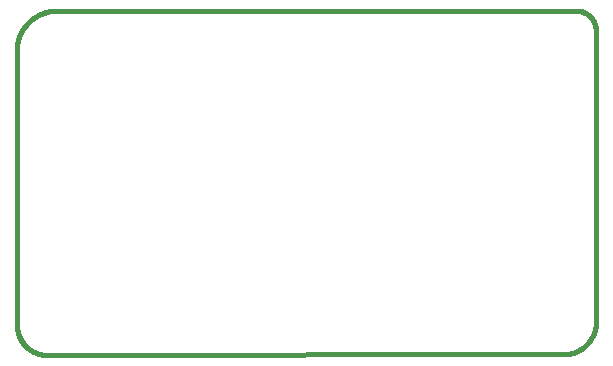
<source format=gko>
G75*
%MOIN*%
%OFA0B0*%
%FSLAX25Y25*%
%IPPOS*%
%LPD*%
%AMOC8*
5,1,8,0,0,1.08239X$1,22.5*
%
%ADD10C,0.01600*%
D10*
X0011235Y0002017D02*
X0184227Y0002174D01*
X0184492Y0002177D01*
X0184758Y0002187D01*
X0185023Y0002203D01*
X0185287Y0002225D01*
X0185551Y0002254D01*
X0185814Y0002289D01*
X0186076Y0002331D01*
X0186337Y0002379D01*
X0186597Y0002433D01*
X0186856Y0002493D01*
X0187113Y0002560D01*
X0187368Y0002633D01*
X0187621Y0002712D01*
X0187873Y0002797D01*
X0188122Y0002888D01*
X0188369Y0002985D01*
X0188614Y0003088D01*
X0188856Y0003197D01*
X0189095Y0003312D01*
X0189332Y0003432D01*
X0189565Y0003558D01*
X0189795Y0003690D01*
X0190023Y0003827D01*
X0190246Y0003970D01*
X0190467Y0004118D01*
X0190683Y0004272D01*
X0190896Y0004430D01*
X0191105Y0004594D01*
X0191310Y0004763D01*
X0191511Y0004936D01*
X0191707Y0005115D01*
X0191899Y0005298D01*
X0192087Y0005486D01*
X0192270Y0005678D01*
X0192449Y0005874D01*
X0192622Y0006075D01*
X0192791Y0006280D01*
X0192955Y0006489D01*
X0193113Y0006702D01*
X0193267Y0006918D01*
X0193415Y0007139D01*
X0193558Y0007362D01*
X0193695Y0007590D01*
X0193827Y0007820D01*
X0193953Y0008053D01*
X0194073Y0008290D01*
X0194188Y0008529D01*
X0194297Y0008771D01*
X0194400Y0009016D01*
X0194497Y0009263D01*
X0194588Y0009512D01*
X0194673Y0009764D01*
X0194752Y0010017D01*
X0194825Y0010272D01*
X0194892Y0010529D01*
X0194952Y0010788D01*
X0195006Y0011048D01*
X0195054Y0011309D01*
X0195096Y0011571D01*
X0195131Y0011834D01*
X0195160Y0012098D01*
X0195182Y0012362D01*
X0195198Y0012627D01*
X0195208Y0012893D01*
X0195211Y0013158D01*
X0195132Y0110520D01*
X0195132Y0110521D02*
X0195121Y0110681D01*
X0195106Y0110842D01*
X0195086Y0111002D01*
X0195063Y0111161D01*
X0195036Y0111320D01*
X0195006Y0111478D01*
X0194971Y0111635D01*
X0194933Y0111792D01*
X0194891Y0111947D01*
X0194845Y0112102D01*
X0194795Y0112255D01*
X0194742Y0112407D01*
X0194685Y0112557D01*
X0194625Y0112707D01*
X0194560Y0112854D01*
X0194493Y0113001D01*
X0194422Y0113145D01*
X0194347Y0113288D01*
X0194269Y0113429D01*
X0194187Y0113568D01*
X0194102Y0113704D01*
X0194014Y0113839D01*
X0193923Y0113972D01*
X0193829Y0114102D01*
X0193731Y0114231D01*
X0193630Y0114356D01*
X0193527Y0114479D01*
X0193420Y0114600D01*
X0193310Y0114718D01*
X0193198Y0114834D01*
X0193083Y0114946D01*
X0192965Y0115056D01*
X0192845Y0115163D01*
X0192722Y0115267D01*
X0192596Y0115368D01*
X0192468Y0115466D01*
X0192338Y0115561D01*
X0192206Y0115653D01*
X0192071Y0115741D01*
X0191935Y0115826D01*
X0191796Y0115908D01*
X0191655Y0115987D01*
X0191513Y0116062D01*
X0191368Y0116133D01*
X0191222Y0116201D01*
X0191075Y0116266D01*
X0190926Y0116327D01*
X0190775Y0116384D01*
X0190623Y0116438D01*
X0190470Y0116488D01*
X0190316Y0116534D01*
X0190161Y0116576D01*
X0190004Y0116615D01*
X0189847Y0116650D01*
X0189689Y0116681D01*
X0189530Y0116709D01*
X0189371Y0116732D01*
X0189211Y0116752D01*
X0189051Y0116767D01*
X0188890Y0116779D01*
X0188729Y0116787D01*
X0188568Y0116791D01*
X0188407Y0116792D01*
X0188246Y0116788D01*
X0188085Y0116780D01*
X0017140Y0116662D01*
X0002219Y0105048D02*
X0002258Y0012843D01*
X0002238Y0012600D01*
X0002225Y0012356D01*
X0002217Y0012112D01*
X0002215Y0011868D01*
X0002219Y0011624D01*
X0002230Y0011380D01*
X0002246Y0011137D01*
X0002268Y0010894D01*
X0002296Y0010651D01*
X0002330Y0010410D01*
X0002370Y0010169D01*
X0002416Y0009929D01*
X0002468Y0009690D01*
X0002525Y0009453D01*
X0002589Y0009218D01*
X0002658Y0008984D01*
X0002733Y0008751D01*
X0002813Y0008521D01*
X0002899Y0008292D01*
X0002991Y0008066D01*
X0003088Y0007842D01*
X0003191Y0007621D01*
X0003299Y0007402D01*
X0003413Y0007186D01*
X0003532Y0006973D01*
X0003656Y0006763D01*
X0003785Y0006555D01*
X0003919Y0006352D01*
X0004058Y0006151D01*
X0004202Y0005954D01*
X0004351Y0005760D01*
X0004504Y0005571D01*
X0004662Y0005385D01*
X0004825Y0005203D01*
X0004992Y0005025D01*
X0005163Y0004851D01*
X0005339Y0004681D01*
X0005518Y0004516D01*
X0005702Y0004355D01*
X0005890Y0004199D01*
X0006081Y0004047D01*
X0006276Y0003901D01*
X0006474Y0003759D01*
X0006676Y0003621D01*
X0006882Y0003489D01*
X0007090Y0003362D01*
X0007302Y0003241D01*
X0007516Y0003124D01*
X0007733Y0003013D01*
X0007953Y0002907D01*
X0008175Y0002806D01*
X0008400Y0002711D01*
X0008627Y0002622D01*
X0008857Y0002538D01*
X0009088Y0002459D01*
X0009321Y0002387D01*
X0009556Y0002320D01*
X0009792Y0002259D01*
X0010030Y0002204D01*
X0010269Y0002155D01*
X0010509Y0002111D01*
X0010750Y0002073D01*
X0010992Y0002042D01*
X0011235Y0002016D01*
X0002220Y0105047D02*
X0002263Y0105368D01*
X0002315Y0105687D01*
X0002374Y0106004D01*
X0002441Y0106320D01*
X0002516Y0106635D01*
X0002598Y0106947D01*
X0002687Y0107258D01*
X0002784Y0107566D01*
X0002889Y0107871D01*
X0003001Y0108175D01*
X0003120Y0108475D01*
X0003246Y0108772D01*
X0003380Y0109066D01*
X0003521Y0109357D01*
X0003668Y0109645D01*
X0003823Y0109928D01*
X0003984Y0110208D01*
X0004152Y0110484D01*
X0004327Y0110756D01*
X0004508Y0111024D01*
X0004695Y0111287D01*
X0004889Y0111545D01*
X0005089Y0111799D01*
X0005295Y0112048D01*
X0005507Y0112292D01*
X0005725Y0112530D01*
X0005949Y0112763D01*
X0006178Y0112991D01*
X0006413Y0113213D01*
X0006653Y0113430D01*
X0006898Y0113640D01*
X0007148Y0113845D01*
X0007403Y0114043D01*
X0007663Y0114235D01*
X0007927Y0114421D01*
X0008195Y0114601D01*
X0008468Y0114774D01*
X0008745Y0114940D01*
X0009026Y0115099D01*
X0009311Y0115252D01*
X0009599Y0115398D01*
X0009891Y0115537D01*
X0010186Y0115668D01*
X0010484Y0115793D01*
X0010785Y0115910D01*
X0011089Y0116020D01*
X0011396Y0116123D01*
X0011704Y0116218D01*
X0012015Y0116305D01*
X0012328Y0116386D01*
X0012643Y0116458D01*
X0012960Y0116523D01*
X0013278Y0116580D01*
X0013597Y0116630D01*
X0013917Y0116672D01*
X0014239Y0116706D01*
X0014561Y0116732D01*
X0014883Y0116750D01*
X0015206Y0116761D01*
X0015529Y0116764D01*
X0015852Y0116759D01*
X0016175Y0116746D01*
X0016498Y0116726D01*
X0016819Y0116697D01*
X0017140Y0116661D01*
M02*

</source>
